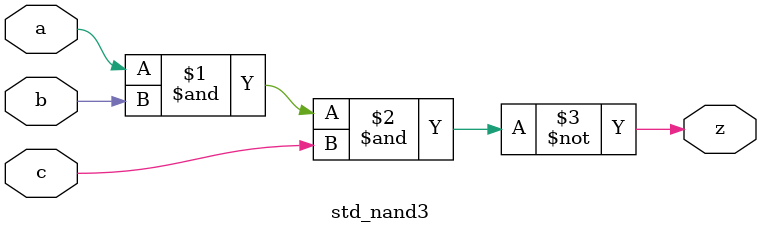
<source format=sv>

module std_nand3 #(parameter DW = 1 ) // array width
(
	input [DW-1:0]  a,
	input [DW-1:0]  b,
	input [DW-1:0]  c, 
	output [DW-1:0] z
);

assign z = ~(a & b & c);

endmodule

</source>
